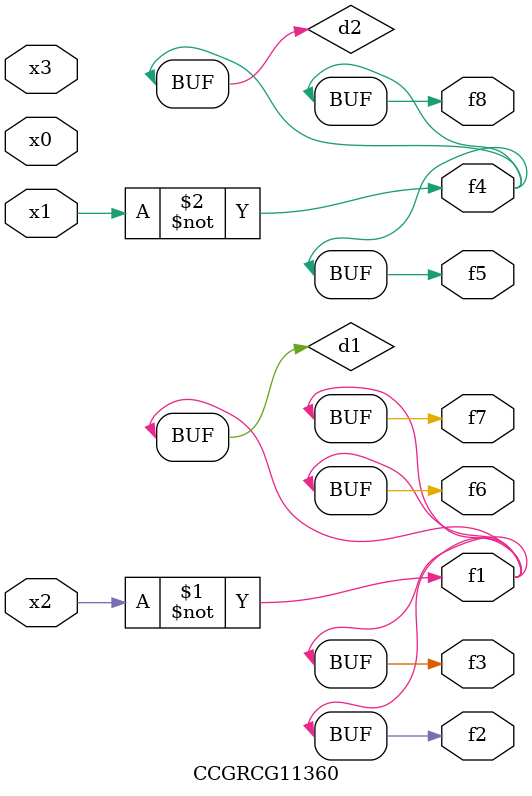
<source format=v>
module CCGRCG11360(
	input x0, x1, x2, x3,
	output f1, f2, f3, f4, f5, f6, f7, f8
);

	wire d1, d2;

	xnor (d1, x2);
	not (d2, x1);
	assign f1 = d1;
	assign f2 = d1;
	assign f3 = d1;
	assign f4 = d2;
	assign f5 = d2;
	assign f6 = d1;
	assign f7 = d1;
	assign f8 = d2;
endmodule

</source>
